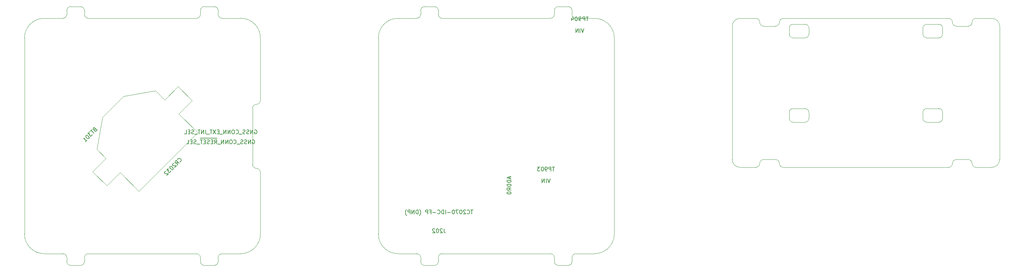
<source format=gbr>
%TF.GenerationSoftware,KiCad,Pcbnew,7.0.2*%
%TF.CreationDate,2023-05-26T09:26:57+02:00*%
%TF.ProjectId,kleinvoet,6b6c6569-6e76-46f6-9574-2e6b69636164,C*%
%TF.SameCoordinates,Original*%
%TF.FileFunction,AssemblyDrawing,Bot*%
%FSLAX46Y46*%
G04 Gerber Fmt 4.6, Leading zero omitted, Abs format (unit mm)*
G04 Created by KiCad (PCBNEW 7.0.2) date 2023-05-26 09:26:57*
%MOMM*%
%LPD*%
G01*
G04 APERTURE LIST*
%ADD10C,0.150000*%
%ADD11C,0.100000*%
%TA.AperFunction,Profile*%
%ADD12C,0.050000*%
%TD*%
G04 APERTURE END LIST*
D10*
%TO.C,TP904*%
X166295237Y-34612619D02*
X165961904Y-35612619D01*
X165961904Y-35612619D02*
X165628571Y-34612619D01*
X165295237Y-35612619D02*
X165295237Y-34612619D01*
X164819047Y-35612619D02*
X164819047Y-34612619D01*
X164819047Y-34612619D02*
X164247619Y-35612619D01*
X164247619Y-35612619D02*
X164247619Y-34612619D01*
X167414285Y-31612619D02*
X166842857Y-31612619D01*
X167128571Y-32612619D02*
X167128571Y-31612619D01*
X166509523Y-32612619D02*
X166509523Y-31612619D01*
X166509523Y-31612619D02*
X166128571Y-31612619D01*
X166128571Y-31612619D02*
X166033333Y-31660238D01*
X166033333Y-31660238D02*
X165985714Y-31707857D01*
X165985714Y-31707857D02*
X165938095Y-31803095D01*
X165938095Y-31803095D02*
X165938095Y-31945952D01*
X165938095Y-31945952D02*
X165985714Y-32041190D01*
X165985714Y-32041190D02*
X166033333Y-32088809D01*
X166033333Y-32088809D02*
X166128571Y-32136428D01*
X166128571Y-32136428D02*
X166509523Y-32136428D01*
X165461904Y-32612619D02*
X165271428Y-32612619D01*
X165271428Y-32612619D02*
X165176190Y-32565000D01*
X165176190Y-32565000D02*
X165128571Y-32517380D01*
X165128571Y-32517380D02*
X165033333Y-32374523D01*
X165033333Y-32374523D02*
X164985714Y-32184047D01*
X164985714Y-32184047D02*
X164985714Y-31803095D01*
X164985714Y-31803095D02*
X165033333Y-31707857D01*
X165033333Y-31707857D02*
X165080952Y-31660238D01*
X165080952Y-31660238D02*
X165176190Y-31612619D01*
X165176190Y-31612619D02*
X165366666Y-31612619D01*
X165366666Y-31612619D02*
X165461904Y-31660238D01*
X165461904Y-31660238D02*
X165509523Y-31707857D01*
X165509523Y-31707857D02*
X165557142Y-31803095D01*
X165557142Y-31803095D02*
X165557142Y-32041190D01*
X165557142Y-32041190D02*
X165509523Y-32136428D01*
X165509523Y-32136428D02*
X165461904Y-32184047D01*
X165461904Y-32184047D02*
X165366666Y-32231666D01*
X165366666Y-32231666D02*
X165176190Y-32231666D01*
X165176190Y-32231666D02*
X165080952Y-32184047D01*
X165080952Y-32184047D02*
X165033333Y-32136428D01*
X165033333Y-32136428D02*
X164985714Y-32041190D01*
X164366666Y-31612619D02*
X164271428Y-31612619D01*
X164271428Y-31612619D02*
X164176190Y-31660238D01*
X164176190Y-31660238D02*
X164128571Y-31707857D01*
X164128571Y-31707857D02*
X164080952Y-31803095D01*
X164080952Y-31803095D02*
X164033333Y-31993571D01*
X164033333Y-31993571D02*
X164033333Y-32231666D01*
X164033333Y-32231666D02*
X164080952Y-32422142D01*
X164080952Y-32422142D02*
X164128571Y-32517380D01*
X164128571Y-32517380D02*
X164176190Y-32565000D01*
X164176190Y-32565000D02*
X164271428Y-32612619D01*
X164271428Y-32612619D02*
X164366666Y-32612619D01*
X164366666Y-32612619D02*
X164461904Y-32565000D01*
X164461904Y-32565000D02*
X164509523Y-32517380D01*
X164509523Y-32517380D02*
X164557142Y-32422142D01*
X164557142Y-32422142D02*
X164604761Y-32231666D01*
X164604761Y-32231666D02*
X164604761Y-31993571D01*
X164604761Y-31993571D02*
X164557142Y-31803095D01*
X164557142Y-31803095D02*
X164509523Y-31707857D01*
X164509523Y-31707857D02*
X164461904Y-31660238D01*
X164461904Y-31660238D02*
X164366666Y-31612619D01*
X163176190Y-31945952D02*
X163176190Y-32612619D01*
X163414285Y-31565000D02*
X163652380Y-32279285D01*
X163652380Y-32279285D02*
X163033333Y-32279285D01*
%TO.C,J202*%
X138066666Y-80862619D02*
X137495238Y-80862619D01*
X137780952Y-81862619D02*
X137780952Y-80862619D01*
X136590476Y-81767380D02*
X136638095Y-81815000D01*
X136638095Y-81815000D02*
X136780952Y-81862619D01*
X136780952Y-81862619D02*
X136876190Y-81862619D01*
X136876190Y-81862619D02*
X137019047Y-81815000D01*
X137019047Y-81815000D02*
X137114285Y-81719761D01*
X137114285Y-81719761D02*
X137161904Y-81624523D01*
X137161904Y-81624523D02*
X137209523Y-81434047D01*
X137209523Y-81434047D02*
X137209523Y-81291190D01*
X137209523Y-81291190D02*
X137161904Y-81100714D01*
X137161904Y-81100714D02*
X137114285Y-81005476D01*
X137114285Y-81005476D02*
X137019047Y-80910238D01*
X137019047Y-80910238D02*
X136876190Y-80862619D01*
X136876190Y-80862619D02*
X136780952Y-80862619D01*
X136780952Y-80862619D02*
X136638095Y-80910238D01*
X136638095Y-80910238D02*
X136590476Y-80957857D01*
X136209523Y-80957857D02*
X136161904Y-80910238D01*
X136161904Y-80910238D02*
X136066666Y-80862619D01*
X136066666Y-80862619D02*
X135828571Y-80862619D01*
X135828571Y-80862619D02*
X135733333Y-80910238D01*
X135733333Y-80910238D02*
X135685714Y-80957857D01*
X135685714Y-80957857D02*
X135638095Y-81053095D01*
X135638095Y-81053095D02*
X135638095Y-81148333D01*
X135638095Y-81148333D02*
X135685714Y-81291190D01*
X135685714Y-81291190D02*
X136257142Y-81862619D01*
X136257142Y-81862619D02*
X135638095Y-81862619D01*
X135019047Y-80862619D02*
X134923809Y-80862619D01*
X134923809Y-80862619D02*
X134828571Y-80910238D01*
X134828571Y-80910238D02*
X134780952Y-80957857D01*
X134780952Y-80957857D02*
X134733333Y-81053095D01*
X134733333Y-81053095D02*
X134685714Y-81243571D01*
X134685714Y-81243571D02*
X134685714Y-81481666D01*
X134685714Y-81481666D02*
X134733333Y-81672142D01*
X134733333Y-81672142D02*
X134780952Y-81767380D01*
X134780952Y-81767380D02*
X134828571Y-81815000D01*
X134828571Y-81815000D02*
X134923809Y-81862619D01*
X134923809Y-81862619D02*
X135019047Y-81862619D01*
X135019047Y-81862619D02*
X135114285Y-81815000D01*
X135114285Y-81815000D02*
X135161904Y-81767380D01*
X135161904Y-81767380D02*
X135209523Y-81672142D01*
X135209523Y-81672142D02*
X135257142Y-81481666D01*
X135257142Y-81481666D02*
X135257142Y-81243571D01*
X135257142Y-81243571D02*
X135209523Y-81053095D01*
X135209523Y-81053095D02*
X135161904Y-80957857D01*
X135161904Y-80957857D02*
X135114285Y-80910238D01*
X135114285Y-80910238D02*
X135019047Y-80862619D01*
X134352380Y-80862619D02*
X133685714Y-80862619D01*
X133685714Y-80862619D02*
X134114285Y-81862619D01*
X133114285Y-80862619D02*
X133019047Y-80862619D01*
X133019047Y-80862619D02*
X132923809Y-80910238D01*
X132923809Y-80910238D02*
X132876190Y-80957857D01*
X132876190Y-80957857D02*
X132828571Y-81053095D01*
X132828571Y-81053095D02*
X132780952Y-81243571D01*
X132780952Y-81243571D02*
X132780952Y-81481666D01*
X132780952Y-81481666D02*
X132828571Y-81672142D01*
X132828571Y-81672142D02*
X132876190Y-81767380D01*
X132876190Y-81767380D02*
X132923809Y-81815000D01*
X132923809Y-81815000D02*
X133019047Y-81862619D01*
X133019047Y-81862619D02*
X133114285Y-81862619D01*
X133114285Y-81862619D02*
X133209523Y-81815000D01*
X133209523Y-81815000D02*
X133257142Y-81767380D01*
X133257142Y-81767380D02*
X133304761Y-81672142D01*
X133304761Y-81672142D02*
X133352380Y-81481666D01*
X133352380Y-81481666D02*
X133352380Y-81243571D01*
X133352380Y-81243571D02*
X133304761Y-81053095D01*
X133304761Y-81053095D02*
X133257142Y-80957857D01*
X133257142Y-80957857D02*
X133209523Y-80910238D01*
X133209523Y-80910238D02*
X133114285Y-80862619D01*
X132352380Y-81481666D02*
X131590476Y-81481666D01*
X131114285Y-81862619D02*
X131114285Y-80862619D01*
X130638095Y-81862619D02*
X130638095Y-80862619D01*
X130638095Y-80862619D02*
X130400000Y-80862619D01*
X130400000Y-80862619D02*
X130257143Y-80910238D01*
X130257143Y-80910238D02*
X130161905Y-81005476D01*
X130161905Y-81005476D02*
X130114286Y-81100714D01*
X130114286Y-81100714D02*
X130066667Y-81291190D01*
X130066667Y-81291190D02*
X130066667Y-81434047D01*
X130066667Y-81434047D02*
X130114286Y-81624523D01*
X130114286Y-81624523D02*
X130161905Y-81719761D01*
X130161905Y-81719761D02*
X130257143Y-81815000D01*
X130257143Y-81815000D02*
X130400000Y-81862619D01*
X130400000Y-81862619D02*
X130638095Y-81862619D01*
X129066667Y-81767380D02*
X129114286Y-81815000D01*
X129114286Y-81815000D02*
X129257143Y-81862619D01*
X129257143Y-81862619D02*
X129352381Y-81862619D01*
X129352381Y-81862619D02*
X129495238Y-81815000D01*
X129495238Y-81815000D02*
X129590476Y-81719761D01*
X129590476Y-81719761D02*
X129638095Y-81624523D01*
X129638095Y-81624523D02*
X129685714Y-81434047D01*
X129685714Y-81434047D02*
X129685714Y-81291190D01*
X129685714Y-81291190D02*
X129638095Y-81100714D01*
X129638095Y-81100714D02*
X129590476Y-81005476D01*
X129590476Y-81005476D02*
X129495238Y-80910238D01*
X129495238Y-80910238D02*
X129352381Y-80862619D01*
X129352381Y-80862619D02*
X129257143Y-80862619D01*
X129257143Y-80862619D02*
X129114286Y-80910238D01*
X129114286Y-80910238D02*
X129066667Y-80957857D01*
X128638095Y-81481666D02*
X127876191Y-81481666D01*
X127066667Y-81338809D02*
X127400000Y-81338809D01*
X127400000Y-81862619D02*
X127400000Y-80862619D01*
X127400000Y-80862619D02*
X126923810Y-80862619D01*
X126542857Y-81862619D02*
X126542857Y-80862619D01*
X126542857Y-80862619D02*
X126161905Y-80862619D01*
X126161905Y-80862619D02*
X126066667Y-80910238D01*
X126066667Y-80910238D02*
X126019048Y-80957857D01*
X126019048Y-80957857D02*
X125971429Y-81053095D01*
X125971429Y-81053095D02*
X125971429Y-81195952D01*
X125971429Y-81195952D02*
X126019048Y-81291190D01*
X126019048Y-81291190D02*
X126066667Y-81338809D01*
X126066667Y-81338809D02*
X126161905Y-81386428D01*
X126161905Y-81386428D02*
X126542857Y-81386428D01*
X124495238Y-82243571D02*
X124542857Y-82195952D01*
X124542857Y-82195952D02*
X124638095Y-82053095D01*
X124638095Y-82053095D02*
X124685714Y-81957857D01*
X124685714Y-81957857D02*
X124733333Y-81815000D01*
X124733333Y-81815000D02*
X124780952Y-81576904D01*
X124780952Y-81576904D02*
X124780952Y-81386428D01*
X124780952Y-81386428D02*
X124733333Y-81148333D01*
X124733333Y-81148333D02*
X124685714Y-81005476D01*
X124685714Y-81005476D02*
X124638095Y-80910238D01*
X124638095Y-80910238D02*
X124542857Y-80767380D01*
X124542857Y-80767380D02*
X124495238Y-80719761D01*
X124114285Y-81862619D02*
X124114285Y-80862619D01*
X124114285Y-80862619D02*
X123876190Y-80862619D01*
X123876190Y-80862619D02*
X123733333Y-80910238D01*
X123733333Y-80910238D02*
X123638095Y-81005476D01*
X123638095Y-81005476D02*
X123590476Y-81100714D01*
X123590476Y-81100714D02*
X123542857Y-81291190D01*
X123542857Y-81291190D02*
X123542857Y-81434047D01*
X123542857Y-81434047D02*
X123590476Y-81624523D01*
X123590476Y-81624523D02*
X123638095Y-81719761D01*
X123638095Y-81719761D02*
X123733333Y-81815000D01*
X123733333Y-81815000D02*
X123876190Y-81862619D01*
X123876190Y-81862619D02*
X124114285Y-81862619D01*
X123114285Y-81862619D02*
X123114285Y-80862619D01*
X123114285Y-80862619D02*
X122542857Y-81862619D01*
X122542857Y-81862619D02*
X122542857Y-80862619D01*
X122066666Y-81862619D02*
X122066666Y-80862619D01*
X122066666Y-80862619D02*
X121685714Y-80862619D01*
X121685714Y-80862619D02*
X121590476Y-80910238D01*
X121590476Y-80910238D02*
X121542857Y-80957857D01*
X121542857Y-80957857D02*
X121495238Y-81053095D01*
X121495238Y-81053095D02*
X121495238Y-81195952D01*
X121495238Y-81195952D02*
X121542857Y-81291190D01*
X121542857Y-81291190D02*
X121590476Y-81338809D01*
X121590476Y-81338809D02*
X121685714Y-81386428D01*
X121685714Y-81386428D02*
X122066666Y-81386428D01*
X121161904Y-82243571D02*
X121114285Y-82195952D01*
X121114285Y-82195952D02*
X121019047Y-82053095D01*
X121019047Y-82053095D02*
X120971428Y-81957857D01*
X120971428Y-81957857D02*
X120923809Y-81815000D01*
X120923809Y-81815000D02*
X120876190Y-81576904D01*
X120876190Y-81576904D02*
X120876190Y-81386428D01*
X120876190Y-81386428D02*
X120923809Y-81148333D01*
X120923809Y-81148333D02*
X120971428Y-81005476D01*
X120971428Y-81005476D02*
X121019047Y-80910238D01*
X121019047Y-80910238D02*
X121114285Y-80767380D01*
X121114285Y-80767380D02*
X121161904Y-80719761D01*
X130685714Y-85662619D02*
X130685714Y-86376904D01*
X130685714Y-86376904D02*
X130733333Y-86519761D01*
X130733333Y-86519761D02*
X130828571Y-86615000D01*
X130828571Y-86615000D02*
X130971428Y-86662619D01*
X130971428Y-86662619D02*
X131066666Y-86662619D01*
X130257142Y-85757857D02*
X130209523Y-85710238D01*
X130209523Y-85710238D02*
X130114285Y-85662619D01*
X130114285Y-85662619D02*
X129876190Y-85662619D01*
X129876190Y-85662619D02*
X129780952Y-85710238D01*
X129780952Y-85710238D02*
X129733333Y-85757857D01*
X129733333Y-85757857D02*
X129685714Y-85853095D01*
X129685714Y-85853095D02*
X129685714Y-85948333D01*
X129685714Y-85948333D02*
X129733333Y-86091190D01*
X129733333Y-86091190D02*
X130304761Y-86662619D01*
X130304761Y-86662619D02*
X129685714Y-86662619D01*
X129066666Y-85662619D02*
X128971428Y-85662619D01*
X128971428Y-85662619D02*
X128876190Y-85710238D01*
X128876190Y-85710238D02*
X128828571Y-85757857D01*
X128828571Y-85757857D02*
X128780952Y-85853095D01*
X128780952Y-85853095D02*
X128733333Y-86043571D01*
X128733333Y-86043571D02*
X128733333Y-86281666D01*
X128733333Y-86281666D02*
X128780952Y-86472142D01*
X128780952Y-86472142D02*
X128828571Y-86567380D01*
X128828571Y-86567380D02*
X128876190Y-86615000D01*
X128876190Y-86615000D02*
X128971428Y-86662619D01*
X128971428Y-86662619D02*
X129066666Y-86662619D01*
X129066666Y-86662619D02*
X129161904Y-86615000D01*
X129161904Y-86615000D02*
X129209523Y-86567380D01*
X129209523Y-86567380D02*
X129257142Y-86472142D01*
X129257142Y-86472142D02*
X129304761Y-86281666D01*
X129304761Y-86281666D02*
X129304761Y-86043571D01*
X129304761Y-86043571D02*
X129257142Y-85853095D01*
X129257142Y-85853095D02*
X129209523Y-85757857D01*
X129209523Y-85757857D02*
X129161904Y-85710238D01*
X129161904Y-85710238D02*
X129066666Y-85662619D01*
X128352380Y-85757857D02*
X128304761Y-85710238D01*
X128304761Y-85710238D02*
X128209523Y-85662619D01*
X128209523Y-85662619D02*
X127971428Y-85662619D01*
X127971428Y-85662619D02*
X127876190Y-85710238D01*
X127876190Y-85710238D02*
X127828571Y-85757857D01*
X127828571Y-85757857D02*
X127780952Y-85853095D01*
X127780952Y-85853095D02*
X127780952Y-85948333D01*
X127780952Y-85948333D02*
X127828571Y-86091190D01*
X127828571Y-86091190D02*
X128399999Y-86662619D01*
X128399999Y-86662619D02*
X127780952Y-86662619D01*
%TO.C,JP1401*%
X147476904Y-72385714D02*
X147476904Y-72861904D01*
X147762619Y-72290476D02*
X146762619Y-72623809D01*
X146762619Y-72623809D02*
X147762619Y-72957142D01*
X147762619Y-73290476D02*
X146762619Y-73290476D01*
X146762619Y-73290476D02*
X146762619Y-73528571D01*
X146762619Y-73528571D02*
X146810238Y-73671428D01*
X146810238Y-73671428D02*
X146905476Y-73766666D01*
X146905476Y-73766666D02*
X147000714Y-73814285D01*
X147000714Y-73814285D02*
X147191190Y-73861904D01*
X147191190Y-73861904D02*
X147334047Y-73861904D01*
X147334047Y-73861904D02*
X147524523Y-73814285D01*
X147524523Y-73814285D02*
X147619761Y-73766666D01*
X147619761Y-73766666D02*
X147715000Y-73671428D01*
X147715000Y-73671428D02*
X147762619Y-73528571D01*
X147762619Y-73528571D02*
X147762619Y-73290476D01*
X147762619Y-74290476D02*
X146762619Y-74290476D01*
X146762619Y-74290476D02*
X146762619Y-74528571D01*
X146762619Y-74528571D02*
X146810238Y-74671428D01*
X146810238Y-74671428D02*
X146905476Y-74766666D01*
X146905476Y-74766666D02*
X147000714Y-74814285D01*
X147000714Y-74814285D02*
X147191190Y-74861904D01*
X147191190Y-74861904D02*
X147334047Y-74861904D01*
X147334047Y-74861904D02*
X147524523Y-74814285D01*
X147524523Y-74814285D02*
X147619761Y-74766666D01*
X147619761Y-74766666D02*
X147715000Y-74671428D01*
X147715000Y-74671428D02*
X147762619Y-74528571D01*
X147762619Y-74528571D02*
X147762619Y-74290476D01*
X147762619Y-75861904D02*
X147286428Y-75528571D01*
X147762619Y-75290476D02*
X146762619Y-75290476D01*
X146762619Y-75290476D02*
X146762619Y-75671428D01*
X146762619Y-75671428D02*
X146810238Y-75766666D01*
X146810238Y-75766666D02*
X146857857Y-75814285D01*
X146857857Y-75814285D02*
X146953095Y-75861904D01*
X146953095Y-75861904D02*
X147095952Y-75861904D01*
X147095952Y-75861904D02*
X147191190Y-75814285D01*
X147191190Y-75814285D02*
X147238809Y-75766666D01*
X147238809Y-75766666D02*
X147286428Y-75671428D01*
X147286428Y-75671428D02*
X147286428Y-75290476D01*
X146762619Y-76480952D02*
X146762619Y-76576190D01*
X146762619Y-76576190D02*
X146810238Y-76671428D01*
X146810238Y-76671428D02*
X146857857Y-76719047D01*
X146857857Y-76719047D02*
X146953095Y-76766666D01*
X146953095Y-76766666D02*
X147143571Y-76814285D01*
X147143571Y-76814285D02*
X147381666Y-76814285D01*
X147381666Y-76814285D02*
X147572142Y-76766666D01*
X147572142Y-76766666D02*
X147667380Y-76719047D01*
X147667380Y-76719047D02*
X147715000Y-76671428D01*
X147715000Y-76671428D02*
X147762619Y-76576190D01*
X147762619Y-76576190D02*
X147762619Y-76480952D01*
X147762619Y-76480952D02*
X147715000Y-76385714D01*
X147715000Y-76385714D02*
X147667380Y-76338095D01*
X147667380Y-76338095D02*
X147572142Y-76290476D01*
X147572142Y-76290476D02*
X147381666Y-76242857D01*
X147381666Y-76242857D02*
X147143571Y-76242857D01*
X147143571Y-76242857D02*
X146953095Y-76290476D01*
X146953095Y-76290476D02*
X146857857Y-76338095D01*
X146857857Y-76338095D02*
X146810238Y-76385714D01*
X146810238Y-76385714D02*
X146762619Y-76480952D01*
%TO.C,JP2*%
X82545238Y-60485238D02*
X82640476Y-60437619D01*
X82640476Y-60437619D02*
X82783333Y-60437619D01*
X82783333Y-60437619D02*
X82926190Y-60485238D01*
X82926190Y-60485238D02*
X83021428Y-60580476D01*
X83021428Y-60580476D02*
X83069047Y-60675714D01*
X83069047Y-60675714D02*
X83116666Y-60866190D01*
X83116666Y-60866190D02*
X83116666Y-61009047D01*
X83116666Y-61009047D02*
X83069047Y-61199523D01*
X83069047Y-61199523D02*
X83021428Y-61294761D01*
X83021428Y-61294761D02*
X82926190Y-61390000D01*
X82926190Y-61390000D02*
X82783333Y-61437619D01*
X82783333Y-61437619D02*
X82688095Y-61437619D01*
X82688095Y-61437619D02*
X82545238Y-61390000D01*
X82545238Y-61390000D02*
X82497619Y-61342380D01*
X82497619Y-61342380D02*
X82497619Y-61009047D01*
X82497619Y-61009047D02*
X82688095Y-61009047D01*
X82069047Y-61437619D02*
X82069047Y-60437619D01*
X82069047Y-60437619D02*
X81497619Y-61437619D01*
X81497619Y-61437619D02*
X81497619Y-60437619D01*
X81069047Y-61390000D02*
X80926190Y-61437619D01*
X80926190Y-61437619D02*
X80688095Y-61437619D01*
X80688095Y-61437619D02*
X80592857Y-61390000D01*
X80592857Y-61390000D02*
X80545238Y-61342380D01*
X80545238Y-61342380D02*
X80497619Y-61247142D01*
X80497619Y-61247142D02*
X80497619Y-61151904D01*
X80497619Y-61151904D02*
X80545238Y-61056666D01*
X80545238Y-61056666D02*
X80592857Y-61009047D01*
X80592857Y-61009047D02*
X80688095Y-60961428D01*
X80688095Y-60961428D02*
X80878571Y-60913809D01*
X80878571Y-60913809D02*
X80973809Y-60866190D01*
X80973809Y-60866190D02*
X81021428Y-60818571D01*
X81021428Y-60818571D02*
X81069047Y-60723333D01*
X81069047Y-60723333D02*
X81069047Y-60628095D01*
X81069047Y-60628095D02*
X81021428Y-60532857D01*
X81021428Y-60532857D02*
X80973809Y-60485238D01*
X80973809Y-60485238D02*
X80878571Y-60437619D01*
X80878571Y-60437619D02*
X80640476Y-60437619D01*
X80640476Y-60437619D02*
X80497619Y-60485238D01*
X80116666Y-61390000D02*
X79973809Y-61437619D01*
X79973809Y-61437619D02*
X79735714Y-61437619D01*
X79735714Y-61437619D02*
X79640476Y-61390000D01*
X79640476Y-61390000D02*
X79592857Y-61342380D01*
X79592857Y-61342380D02*
X79545238Y-61247142D01*
X79545238Y-61247142D02*
X79545238Y-61151904D01*
X79545238Y-61151904D02*
X79592857Y-61056666D01*
X79592857Y-61056666D02*
X79640476Y-61009047D01*
X79640476Y-61009047D02*
X79735714Y-60961428D01*
X79735714Y-60961428D02*
X79926190Y-60913809D01*
X79926190Y-60913809D02*
X80021428Y-60866190D01*
X80021428Y-60866190D02*
X80069047Y-60818571D01*
X80069047Y-60818571D02*
X80116666Y-60723333D01*
X80116666Y-60723333D02*
X80116666Y-60628095D01*
X80116666Y-60628095D02*
X80069047Y-60532857D01*
X80069047Y-60532857D02*
X80021428Y-60485238D01*
X80021428Y-60485238D02*
X79926190Y-60437619D01*
X79926190Y-60437619D02*
X79688095Y-60437619D01*
X79688095Y-60437619D02*
X79545238Y-60485238D01*
X79354762Y-61532857D02*
X78592857Y-61532857D01*
X77783333Y-61342380D02*
X77830952Y-61390000D01*
X77830952Y-61390000D02*
X77973809Y-61437619D01*
X77973809Y-61437619D02*
X78069047Y-61437619D01*
X78069047Y-61437619D02*
X78211904Y-61390000D01*
X78211904Y-61390000D02*
X78307142Y-61294761D01*
X78307142Y-61294761D02*
X78354761Y-61199523D01*
X78354761Y-61199523D02*
X78402380Y-61009047D01*
X78402380Y-61009047D02*
X78402380Y-60866190D01*
X78402380Y-60866190D02*
X78354761Y-60675714D01*
X78354761Y-60675714D02*
X78307142Y-60580476D01*
X78307142Y-60580476D02*
X78211904Y-60485238D01*
X78211904Y-60485238D02*
X78069047Y-60437619D01*
X78069047Y-60437619D02*
X77973809Y-60437619D01*
X77973809Y-60437619D02*
X77830952Y-60485238D01*
X77830952Y-60485238D02*
X77783333Y-60532857D01*
X77164285Y-60437619D02*
X76973809Y-60437619D01*
X76973809Y-60437619D02*
X76878571Y-60485238D01*
X76878571Y-60485238D02*
X76783333Y-60580476D01*
X76783333Y-60580476D02*
X76735714Y-60770952D01*
X76735714Y-60770952D02*
X76735714Y-61104285D01*
X76735714Y-61104285D02*
X76783333Y-61294761D01*
X76783333Y-61294761D02*
X76878571Y-61390000D01*
X76878571Y-61390000D02*
X76973809Y-61437619D01*
X76973809Y-61437619D02*
X77164285Y-61437619D01*
X77164285Y-61437619D02*
X77259523Y-61390000D01*
X77259523Y-61390000D02*
X77354761Y-61294761D01*
X77354761Y-61294761D02*
X77402380Y-61104285D01*
X77402380Y-61104285D02*
X77402380Y-60770952D01*
X77402380Y-60770952D02*
X77354761Y-60580476D01*
X77354761Y-60580476D02*
X77259523Y-60485238D01*
X77259523Y-60485238D02*
X77164285Y-60437619D01*
X76307142Y-61437619D02*
X76307142Y-60437619D01*
X76307142Y-60437619D02*
X75735714Y-61437619D01*
X75735714Y-61437619D02*
X75735714Y-60437619D01*
X75259523Y-61437619D02*
X75259523Y-60437619D01*
X75259523Y-60437619D02*
X74688095Y-61437619D01*
X74688095Y-61437619D02*
X74688095Y-60437619D01*
X74450000Y-61532857D02*
X73688095Y-61532857D01*
X73449999Y-60913809D02*
X73116666Y-60913809D01*
X72973809Y-61437619D02*
X73449999Y-61437619D01*
X73449999Y-61437619D02*
X73449999Y-60437619D01*
X73449999Y-60437619D02*
X72973809Y-60437619D01*
X72640475Y-60437619D02*
X71973809Y-61437619D01*
X71973809Y-60437619D02*
X72640475Y-61437619D01*
X71735713Y-60437619D02*
X71164285Y-60437619D01*
X71449999Y-61437619D02*
X71449999Y-60437619D01*
X71069047Y-61532857D02*
X70307142Y-61532857D01*
X70069046Y-61437619D02*
X70069046Y-60437619D01*
X69592856Y-61437619D02*
X69592856Y-60437619D01*
X69592856Y-60437619D02*
X69021428Y-61437619D01*
X69021428Y-61437619D02*
X69021428Y-60437619D01*
X68688094Y-60437619D02*
X68116666Y-60437619D01*
X68402380Y-61437619D02*
X68402380Y-60437619D01*
X68021428Y-61532857D02*
X67259523Y-61532857D01*
X67069046Y-61390000D02*
X66926189Y-61437619D01*
X66926189Y-61437619D02*
X66688094Y-61437619D01*
X66688094Y-61437619D02*
X66592856Y-61390000D01*
X66592856Y-61390000D02*
X66545237Y-61342380D01*
X66545237Y-61342380D02*
X66497618Y-61247142D01*
X66497618Y-61247142D02*
X66497618Y-61151904D01*
X66497618Y-61151904D02*
X66545237Y-61056666D01*
X66545237Y-61056666D02*
X66592856Y-61009047D01*
X66592856Y-61009047D02*
X66688094Y-60961428D01*
X66688094Y-60961428D02*
X66878570Y-60913809D01*
X66878570Y-60913809D02*
X66973808Y-60866190D01*
X66973808Y-60866190D02*
X67021427Y-60818571D01*
X67021427Y-60818571D02*
X67069046Y-60723333D01*
X67069046Y-60723333D02*
X67069046Y-60628095D01*
X67069046Y-60628095D02*
X67021427Y-60532857D01*
X67021427Y-60532857D02*
X66973808Y-60485238D01*
X66973808Y-60485238D02*
X66878570Y-60437619D01*
X66878570Y-60437619D02*
X66640475Y-60437619D01*
X66640475Y-60437619D02*
X66497618Y-60485238D01*
X66069046Y-60913809D02*
X65735713Y-60913809D01*
X65592856Y-61437619D02*
X66069046Y-61437619D01*
X66069046Y-61437619D02*
X66069046Y-60437619D01*
X66069046Y-60437619D02*
X65592856Y-60437619D01*
X64688094Y-61437619D02*
X65164284Y-61437619D01*
X65164284Y-61437619D02*
X65164284Y-60437619D01*
%TO.C,TP903*%
X157695237Y-72912619D02*
X157361904Y-73912619D01*
X157361904Y-73912619D02*
X157028571Y-72912619D01*
X156695237Y-73912619D02*
X156695237Y-72912619D01*
X156219047Y-73912619D02*
X156219047Y-72912619D01*
X156219047Y-72912619D02*
X155647619Y-73912619D01*
X155647619Y-73912619D02*
X155647619Y-72912619D01*
X158814285Y-69912619D02*
X158242857Y-69912619D01*
X158528571Y-70912619D02*
X158528571Y-69912619D01*
X157909523Y-70912619D02*
X157909523Y-69912619D01*
X157909523Y-69912619D02*
X157528571Y-69912619D01*
X157528571Y-69912619D02*
X157433333Y-69960238D01*
X157433333Y-69960238D02*
X157385714Y-70007857D01*
X157385714Y-70007857D02*
X157338095Y-70103095D01*
X157338095Y-70103095D02*
X157338095Y-70245952D01*
X157338095Y-70245952D02*
X157385714Y-70341190D01*
X157385714Y-70341190D02*
X157433333Y-70388809D01*
X157433333Y-70388809D02*
X157528571Y-70436428D01*
X157528571Y-70436428D02*
X157909523Y-70436428D01*
X156861904Y-70912619D02*
X156671428Y-70912619D01*
X156671428Y-70912619D02*
X156576190Y-70865000D01*
X156576190Y-70865000D02*
X156528571Y-70817380D01*
X156528571Y-70817380D02*
X156433333Y-70674523D01*
X156433333Y-70674523D02*
X156385714Y-70484047D01*
X156385714Y-70484047D02*
X156385714Y-70103095D01*
X156385714Y-70103095D02*
X156433333Y-70007857D01*
X156433333Y-70007857D02*
X156480952Y-69960238D01*
X156480952Y-69960238D02*
X156576190Y-69912619D01*
X156576190Y-69912619D02*
X156766666Y-69912619D01*
X156766666Y-69912619D02*
X156861904Y-69960238D01*
X156861904Y-69960238D02*
X156909523Y-70007857D01*
X156909523Y-70007857D02*
X156957142Y-70103095D01*
X156957142Y-70103095D02*
X156957142Y-70341190D01*
X156957142Y-70341190D02*
X156909523Y-70436428D01*
X156909523Y-70436428D02*
X156861904Y-70484047D01*
X156861904Y-70484047D02*
X156766666Y-70531666D01*
X156766666Y-70531666D02*
X156576190Y-70531666D01*
X156576190Y-70531666D02*
X156480952Y-70484047D01*
X156480952Y-70484047D02*
X156433333Y-70436428D01*
X156433333Y-70436428D02*
X156385714Y-70341190D01*
X155766666Y-69912619D02*
X155671428Y-69912619D01*
X155671428Y-69912619D02*
X155576190Y-69960238D01*
X155576190Y-69960238D02*
X155528571Y-70007857D01*
X155528571Y-70007857D02*
X155480952Y-70103095D01*
X155480952Y-70103095D02*
X155433333Y-70293571D01*
X155433333Y-70293571D02*
X155433333Y-70531666D01*
X155433333Y-70531666D02*
X155480952Y-70722142D01*
X155480952Y-70722142D02*
X155528571Y-70817380D01*
X155528571Y-70817380D02*
X155576190Y-70865000D01*
X155576190Y-70865000D02*
X155671428Y-70912619D01*
X155671428Y-70912619D02*
X155766666Y-70912619D01*
X155766666Y-70912619D02*
X155861904Y-70865000D01*
X155861904Y-70865000D02*
X155909523Y-70817380D01*
X155909523Y-70817380D02*
X155957142Y-70722142D01*
X155957142Y-70722142D02*
X156004761Y-70531666D01*
X156004761Y-70531666D02*
X156004761Y-70293571D01*
X156004761Y-70293571D02*
X155957142Y-70103095D01*
X155957142Y-70103095D02*
X155909523Y-70007857D01*
X155909523Y-70007857D02*
X155861904Y-69960238D01*
X155861904Y-69960238D02*
X155766666Y-69912619D01*
X155099999Y-69912619D02*
X154480952Y-69912619D01*
X154480952Y-69912619D02*
X154814285Y-70293571D01*
X154814285Y-70293571D02*
X154671428Y-70293571D01*
X154671428Y-70293571D02*
X154576190Y-70341190D01*
X154576190Y-70341190D02*
X154528571Y-70388809D01*
X154528571Y-70388809D02*
X154480952Y-70484047D01*
X154480952Y-70484047D02*
X154480952Y-70722142D01*
X154480952Y-70722142D02*
X154528571Y-70817380D01*
X154528571Y-70817380D02*
X154576190Y-70865000D01*
X154576190Y-70865000D02*
X154671428Y-70912619D01*
X154671428Y-70912619D02*
X154957142Y-70912619D01*
X154957142Y-70912619D02*
X155052380Y-70865000D01*
X155052380Y-70865000D02*
X155099999Y-70817380D01*
%TO.C,BT301*%
X63519509Y-68597639D02*
X63586853Y-68597639D01*
X63586853Y-68597639D02*
X63721540Y-68530295D01*
X63721540Y-68530295D02*
X63788883Y-68462952D01*
X63788883Y-68462952D02*
X63856227Y-68328265D01*
X63856227Y-68328265D02*
X63856227Y-68193578D01*
X63856227Y-68193578D02*
X63822555Y-68092563D01*
X63822555Y-68092563D02*
X63721540Y-67924204D01*
X63721540Y-67924204D02*
X63620524Y-67823189D01*
X63620524Y-67823189D02*
X63452166Y-67722173D01*
X63452166Y-67722173D02*
X63351150Y-67688502D01*
X63351150Y-67688502D02*
X63216463Y-67688502D01*
X63216463Y-67688502D02*
X63081776Y-67755845D01*
X63081776Y-67755845D02*
X63014433Y-67823189D01*
X63014433Y-67823189D02*
X62947089Y-67957876D01*
X62947089Y-67957876D02*
X62947089Y-68025219D01*
X62879746Y-69372089D02*
X62778731Y-68799669D01*
X63283807Y-68968028D02*
X62576700Y-68260921D01*
X62576700Y-68260921D02*
X62307326Y-68530295D01*
X62307326Y-68530295D02*
X62273654Y-68631311D01*
X62273654Y-68631311D02*
X62273654Y-68698654D01*
X62273654Y-68698654D02*
X62307326Y-68799669D01*
X62307326Y-68799669D02*
X62408341Y-68900685D01*
X62408341Y-68900685D02*
X62509357Y-68934356D01*
X62509357Y-68934356D02*
X62576700Y-68934356D01*
X62576700Y-68934356D02*
X62677715Y-68900685D01*
X62677715Y-68900685D02*
X62947089Y-68631311D01*
X61970609Y-69001700D02*
X61903265Y-69001700D01*
X61903265Y-69001700D02*
X61802250Y-69035372D01*
X61802250Y-69035372D02*
X61633891Y-69203730D01*
X61633891Y-69203730D02*
X61600219Y-69304746D01*
X61600219Y-69304746D02*
X61600219Y-69372089D01*
X61600219Y-69372089D02*
X61633891Y-69473104D01*
X61633891Y-69473104D02*
X61701235Y-69540448D01*
X61701235Y-69540448D02*
X61835922Y-69607791D01*
X61835922Y-69607791D02*
X62644044Y-69607791D01*
X62644044Y-69607791D02*
X62206311Y-70045524D01*
X61061471Y-69776150D02*
X60994128Y-69843494D01*
X60994128Y-69843494D02*
X60960456Y-69944509D01*
X60960456Y-69944509D02*
X60960456Y-70011853D01*
X60960456Y-70011853D02*
X60994128Y-70112868D01*
X60994128Y-70112868D02*
X61095143Y-70281227D01*
X61095143Y-70281227D02*
X61263502Y-70449585D01*
X61263502Y-70449585D02*
X61431861Y-70550601D01*
X61431861Y-70550601D02*
X61532876Y-70584272D01*
X61532876Y-70584272D02*
X61600219Y-70584272D01*
X61600219Y-70584272D02*
X61701235Y-70550601D01*
X61701235Y-70550601D02*
X61768578Y-70483257D01*
X61768578Y-70483257D02*
X61802250Y-70382242D01*
X61802250Y-70382242D02*
X61802250Y-70314898D01*
X61802250Y-70314898D02*
X61768578Y-70213883D01*
X61768578Y-70213883D02*
X61667563Y-70045524D01*
X61667563Y-70045524D02*
X61499204Y-69877166D01*
X61499204Y-69877166D02*
X61330845Y-69776150D01*
X61330845Y-69776150D02*
X61229830Y-69742479D01*
X61229830Y-69742479D02*
X61162487Y-69742479D01*
X61162487Y-69742479D02*
X61061471Y-69776150D01*
X60590067Y-70247555D02*
X60152334Y-70685288D01*
X60152334Y-70685288D02*
X60657410Y-70718959D01*
X60657410Y-70718959D02*
X60556395Y-70819975D01*
X60556395Y-70819975D02*
X60522723Y-70920990D01*
X60522723Y-70920990D02*
X60522723Y-70988333D01*
X60522723Y-70988333D02*
X60556395Y-71089349D01*
X60556395Y-71089349D02*
X60724754Y-71257707D01*
X60724754Y-71257707D02*
X60825769Y-71291379D01*
X60825769Y-71291379D02*
X60893113Y-71291379D01*
X60893113Y-71291379D02*
X60994128Y-71257707D01*
X60994128Y-71257707D02*
X61196158Y-71055677D01*
X61196158Y-71055677D02*
X61229830Y-70954662D01*
X61229830Y-70954662D02*
X61229830Y-70887318D01*
X59950303Y-71022005D02*
X59882960Y-71022005D01*
X59882960Y-71022005D02*
X59781945Y-71055677D01*
X59781945Y-71055677D02*
X59613586Y-71224036D01*
X59613586Y-71224036D02*
X59579914Y-71325051D01*
X59579914Y-71325051D02*
X59579914Y-71392394D01*
X59579914Y-71392394D02*
X59613586Y-71493410D01*
X59613586Y-71493410D02*
X59680929Y-71560753D01*
X59680929Y-71560753D02*
X59815616Y-71628097D01*
X59815616Y-71628097D02*
X60623738Y-71628097D01*
X60623738Y-71628097D02*
X60186006Y-72065829D01*
X41856787Y-60380047D02*
X41789444Y-60514734D01*
X41789444Y-60514734D02*
X41789444Y-60582078D01*
X41789444Y-60582078D02*
X41823116Y-60683093D01*
X41823116Y-60683093D02*
X41924131Y-60784108D01*
X41924131Y-60784108D02*
X42025146Y-60817780D01*
X42025146Y-60817780D02*
X42092490Y-60817780D01*
X42092490Y-60817780D02*
X42193505Y-60784108D01*
X42193505Y-60784108D02*
X42462879Y-60514734D01*
X42462879Y-60514734D02*
X41755772Y-59807627D01*
X41755772Y-59807627D02*
X41520070Y-60043330D01*
X41520070Y-60043330D02*
X41486398Y-60144345D01*
X41486398Y-60144345D02*
X41486398Y-60211688D01*
X41486398Y-60211688D02*
X41520070Y-60312704D01*
X41520070Y-60312704D02*
X41587413Y-60380047D01*
X41587413Y-60380047D02*
X41688429Y-60413719D01*
X41688429Y-60413719D02*
X41755772Y-60413719D01*
X41755772Y-60413719D02*
X41856787Y-60380047D01*
X41856787Y-60380047D02*
X42092490Y-60144345D01*
X41149681Y-60413719D02*
X40745620Y-60817780D01*
X41654757Y-61322856D02*
X40947650Y-60615749D01*
X40577261Y-60986139D02*
X40139528Y-61423872D01*
X40139528Y-61423872D02*
X40644604Y-61457543D01*
X40644604Y-61457543D02*
X40543589Y-61558559D01*
X40543589Y-61558559D02*
X40509917Y-61659574D01*
X40509917Y-61659574D02*
X40509917Y-61726917D01*
X40509917Y-61726917D02*
X40543589Y-61827933D01*
X40543589Y-61827933D02*
X40711948Y-61996291D01*
X40711948Y-61996291D02*
X40812963Y-62029963D01*
X40812963Y-62029963D02*
X40880306Y-62029963D01*
X40880306Y-62029963D02*
X40981322Y-61996291D01*
X40981322Y-61996291D02*
X41183352Y-61794261D01*
X41183352Y-61794261D02*
X41217024Y-61693246D01*
X41217024Y-61693246D02*
X41217024Y-61625902D01*
X39701795Y-61861605D02*
X39634452Y-61928948D01*
X39634452Y-61928948D02*
X39600780Y-62029963D01*
X39600780Y-62029963D02*
X39600780Y-62097307D01*
X39600780Y-62097307D02*
X39634452Y-62198322D01*
X39634452Y-62198322D02*
X39735467Y-62366681D01*
X39735467Y-62366681D02*
X39903826Y-62535040D01*
X39903826Y-62535040D02*
X40072184Y-62636055D01*
X40072184Y-62636055D02*
X40173200Y-62669727D01*
X40173200Y-62669727D02*
X40240543Y-62669727D01*
X40240543Y-62669727D02*
X40341558Y-62636055D01*
X40341558Y-62636055D02*
X40408902Y-62568711D01*
X40408902Y-62568711D02*
X40442574Y-62467696D01*
X40442574Y-62467696D02*
X40442574Y-62400353D01*
X40442574Y-62400353D02*
X40408902Y-62299337D01*
X40408902Y-62299337D02*
X40307887Y-62130979D01*
X40307887Y-62130979D02*
X40139528Y-61962620D01*
X40139528Y-61962620D02*
X39971169Y-61861605D01*
X39971169Y-61861605D02*
X39870154Y-61827933D01*
X39870154Y-61827933D02*
X39802810Y-61827933D01*
X39802810Y-61827933D02*
X39701795Y-61861605D01*
X39499765Y-63477849D02*
X39903826Y-63073788D01*
X39701795Y-63275818D02*
X38994688Y-62568711D01*
X38994688Y-62568711D02*
X39163047Y-62602383D01*
X39163047Y-62602383D02*
X39297734Y-62602383D01*
X39297734Y-62602383D02*
X39398749Y-62568711D01*
%TO.C,JP1*%
X81973810Y-63035238D02*
X82069048Y-62987619D01*
X82069048Y-62987619D02*
X82211905Y-62987619D01*
X82211905Y-62987619D02*
X82354762Y-63035238D01*
X82354762Y-63035238D02*
X82450000Y-63130476D01*
X82450000Y-63130476D02*
X82497619Y-63225714D01*
X82497619Y-63225714D02*
X82545238Y-63416190D01*
X82545238Y-63416190D02*
X82545238Y-63559047D01*
X82545238Y-63559047D02*
X82497619Y-63749523D01*
X82497619Y-63749523D02*
X82450000Y-63844761D01*
X82450000Y-63844761D02*
X82354762Y-63940000D01*
X82354762Y-63940000D02*
X82211905Y-63987619D01*
X82211905Y-63987619D02*
X82116667Y-63987619D01*
X82116667Y-63987619D02*
X81973810Y-63940000D01*
X81973810Y-63940000D02*
X81926191Y-63892380D01*
X81926191Y-63892380D02*
X81926191Y-63559047D01*
X81926191Y-63559047D02*
X82116667Y-63559047D01*
X81497619Y-63987619D02*
X81497619Y-62987619D01*
X81497619Y-62987619D02*
X80926191Y-63987619D01*
X80926191Y-63987619D02*
X80926191Y-62987619D01*
X80497619Y-63940000D02*
X80354762Y-63987619D01*
X80354762Y-63987619D02*
X80116667Y-63987619D01*
X80116667Y-63987619D02*
X80021429Y-63940000D01*
X80021429Y-63940000D02*
X79973810Y-63892380D01*
X79973810Y-63892380D02*
X79926191Y-63797142D01*
X79926191Y-63797142D02*
X79926191Y-63701904D01*
X79926191Y-63701904D02*
X79973810Y-63606666D01*
X79973810Y-63606666D02*
X80021429Y-63559047D01*
X80021429Y-63559047D02*
X80116667Y-63511428D01*
X80116667Y-63511428D02*
X80307143Y-63463809D01*
X80307143Y-63463809D02*
X80402381Y-63416190D01*
X80402381Y-63416190D02*
X80450000Y-63368571D01*
X80450000Y-63368571D02*
X80497619Y-63273333D01*
X80497619Y-63273333D02*
X80497619Y-63178095D01*
X80497619Y-63178095D02*
X80450000Y-63082857D01*
X80450000Y-63082857D02*
X80402381Y-63035238D01*
X80402381Y-63035238D02*
X80307143Y-62987619D01*
X80307143Y-62987619D02*
X80069048Y-62987619D01*
X80069048Y-62987619D02*
X79926191Y-63035238D01*
X79545238Y-63940000D02*
X79402381Y-63987619D01*
X79402381Y-63987619D02*
X79164286Y-63987619D01*
X79164286Y-63987619D02*
X79069048Y-63940000D01*
X79069048Y-63940000D02*
X79021429Y-63892380D01*
X79021429Y-63892380D02*
X78973810Y-63797142D01*
X78973810Y-63797142D02*
X78973810Y-63701904D01*
X78973810Y-63701904D02*
X79021429Y-63606666D01*
X79021429Y-63606666D02*
X79069048Y-63559047D01*
X79069048Y-63559047D02*
X79164286Y-63511428D01*
X79164286Y-63511428D02*
X79354762Y-63463809D01*
X79354762Y-63463809D02*
X79450000Y-63416190D01*
X79450000Y-63416190D02*
X79497619Y-63368571D01*
X79497619Y-63368571D02*
X79545238Y-63273333D01*
X79545238Y-63273333D02*
X79545238Y-63178095D01*
X79545238Y-63178095D02*
X79497619Y-63082857D01*
X79497619Y-63082857D02*
X79450000Y-63035238D01*
X79450000Y-63035238D02*
X79354762Y-62987619D01*
X79354762Y-62987619D02*
X79116667Y-62987619D01*
X79116667Y-62987619D02*
X78973810Y-63035238D01*
X78783334Y-64082857D02*
X78021429Y-64082857D01*
X77211905Y-63892380D02*
X77259524Y-63940000D01*
X77259524Y-63940000D02*
X77402381Y-63987619D01*
X77402381Y-63987619D02*
X77497619Y-63987619D01*
X77497619Y-63987619D02*
X77640476Y-63940000D01*
X77640476Y-63940000D02*
X77735714Y-63844761D01*
X77735714Y-63844761D02*
X77783333Y-63749523D01*
X77783333Y-63749523D02*
X77830952Y-63559047D01*
X77830952Y-63559047D02*
X77830952Y-63416190D01*
X77830952Y-63416190D02*
X77783333Y-63225714D01*
X77783333Y-63225714D02*
X77735714Y-63130476D01*
X77735714Y-63130476D02*
X77640476Y-63035238D01*
X77640476Y-63035238D02*
X77497619Y-62987619D01*
X77497619Y-62987619D02*
X77402381Y-62987619D01*
X77402381Y-62987619D02*
X77259524Y-63035238D01*
X77259524Y-63035238D02*
X77211905Y-63082857D01*
X76592857Y-62987619D02*
X76402381Y-62987619D01*
X76402381Y-62987619D02*
X76307143Y-63035238D01*
X76307143Y-63035238D02*
X76211905Y-63130476D01*
X76211905Y-63130476D02*
X76164286Y-63320952D01*
X76164286Y-63320952D02*
X76164286Y-63654285D01*
X76164286Y-63654285D02*
X76211905Y-63844761D01*
X76211905Y-63844761D02*
X76307143Y-63940000D01*
X76307143Y-63940000D02*
X76402381Y-63987619D01*
X76402381Y-63987619D02*
X76592857Y-63987619D01*
X76592857Y-63987619D02*
X76688095Y-63940000D01*
X76688095Y-63940000D02*
X76783333Y-63844761D01*
X76783333Y-63844761D02*
X76830952Y-63654285D01*
X76830952Y-63654285D02*
X76830952Y-63320952D01*
X76830952Y-63320952D02*
X76783333Y-63130476D01*
X76783333Y-63130476D02*
X76688095Y-63035238D01*
X76688095Y-63035238D02*
X76592857Y-62987619D01*
X75735714Y-63987619D02*
X75735714Y-62987619D01*
X75735714Y-62987619D02*
X75164286Y-63987619D01*
X75164286Y-63987619D02*
X75164286Y-62987619D01*
X74688095Y-63987619D02*
X74688095Y-62987619D01*
X74688095Y-62987619D02*
X74116667Y-63987619D01*
X74116667Y-63987619D02*
X74116667Y-62987619D01*
X73878572Y-64082857D02*
X73116667Y-64082857D01*
X72307143Y-63987619D02*
X72640476Y-63511428D01*
X72878571Y-63987619D02*
X72878571Y-62987619D01*
X72878571Y-62987619D02*
X72497619Y-62987619D01*
X72497619Y-62987619D02*
X72402381Y-63035238D01*
X72402381Y-63035238D02*
X72354762Y-63082857D01*
X72354762Y-63082857D02*
X72307143Y-63178095D01*
X72307143Y-63178095D02*
X72307143Y-63320952D01*
X72307143Y-63320952D02*
X72354762Y-63416190D01*
X72354762Y-63416190D02*
X72402381Y-63463809D01*
X72402381Y-63463809D02*
X72497619Y-63511428D01*
X72497619Y-63511428D02*
X72878571Y-63511428D01*
X71878571Y-63463809D02*
X71545238Y-63463809D01*
X71402381Y-63987619D02*
X71878571Y-63987619D01*
X71878571Y-63987619D02*
X71878571Y-62987619D01*
X71878571Y-62987619D02*
X71402381Y-62987619D01*
X71021428Y-63940000D02*
X70878571Y-63987619D01*
X70878571Y-63987619D02*
X70640476Y-63987619D01*
X70640476Y-63987619D02*
X70545238Y-63940000D01*
X70545238Y-63940000D02*
X70497619Y-63892380D01*
X70497619Y-63892380D02*
X70450000Y-63797142D01*
X70450000Y-63797142D02*
X70450000Y-63701904D01*
X70450000Y-63701904D02*
X70497619Y-63606666D01*
X70497619Y-63606666D02*
X70545238Y-63559047D01*
X70545238Y-63559047D02*
X70640476Y-63511428D01*
X70640476Y-63511428D02*
X70830952Y-63463809D01*
X70830952Y-63463809D02*
X70926190Y-63416190D01*
X70926190Y-63416190D02*
X70973809Y-63368571D01*
X70973809Y-63368571D02*
X71021428Y-63273333D01*
X71021428Y-63273333D02*
X71021428Y-63178095D01*
X71021428Y-63178095D02*
X70973809Y-63082857D01*
X70973809Y-63082857D02*
X70926190Y-63035238D01*
X70926190Y-63035238D02*
X70830952Y-62987619D01*
X70830952Y-62987619D02*
X70592857Y-62987619D01*
X70592857Y-62987619D02*
X70450000Y-63035238D01*
X70021428Y-63463809D02*
X69688095Y-63463809D01*
X69545238Y-63987619D02*
X70021428Y-63987619D01*
X70021428Y-63987619D02*
X70021428Y-62987619D01*
X70021428Y-62987619D02*
X69545238Y-62987619D01*
X69259523Y-62987619D02*
X68688095Y-62987619D01*
X68973809Y-63987619D02*
X68973809Y-62987619D01*
X73016667Y-62540000D02*
X68692857Y-62540000D01*
X68592857Y-64082857D02*
X67830952Y-64082857D01*
X67640475Y-63940000D02*
X67497618Y-63987619D01*
X67497618Y-63987619D02*
X67259523Y-63987619D01*
X67259523Y-63987619D02*
X67164285Y-63940000D01*
X67164285Y-63940000D02*
X67116666Y-63892380D01*
X67116666Y-63892380D02*
X67069047Y-63797142D01*
X67069047Y-63797142D02*
X67069047Y-63701904D01*
X67069047Y-63701904D02*
X67116666Y-63606666D01*
X67116666Y-63606666D02*
X67164285Y-63559047D01*
X67164285Y-63559047D02*
X67259523Y-63511428D01*
X67259523Y-63511428D02*
X67449999Y-63463809D01*
X67449999Y-63463809D02*
X67545237Y-63416190D01*
X67545237Y-63416190D02*
X67592856Y-63368571D01*
X67592856Y-63368571D02*
X67640475Y-63273333D01*
X67640475Y-63273333D02*
X67640475Y-63178095D01*
X67640475Y-63178095D02*
X67592856Y-63082857D01*
X67592856Y-63082857D02*
X67545237Y-63035238D01*
X67545237Y-63035238D02*
X67449999Y-62987619D01*
X67449999Y-62987619D02*
X67211904Y-62987619D01*
X67211904Y-62987619D02*
X67069047Y-63035238D01*
X66640475Y-63463809D02*
X66307142Y-63463809D01*
X66164285Y-63987619D02*
X66640475Y-63987619D01*
X66640475Y-63987619D02*
X66640475Y-62987619D01*
X66640475Y-62987619D02*
X66164285Y-62987619D01*
X65259523Y-63987619D02*
X65735713Y-63987619D01*
X65735713Y-63987619D02*
X65735713Y-62987619D01*
D11*
%TO.C,BT301*%
X41342789Y-71092211D02*
X44736901Y-67698098D01*
X44949033Y-74698455D02*
X41342789Y-71092211D01*
X44949033Y-74698455D02*
X48343146Y-71304343D01*
X42403449Y-65364646D02*
X43817662Y-57232918D01*
X44736901Y-67698098D02*
X42403449Y-65364646D01*
X48343146Y-71304343D02*
X53116117Y-76077314D01*
X43817662Y-57232918D02*
X49191674Y-51858906D01*
X57288047Y-50409337D02*
X49191674Y-51858906D01*
X59656854Y-52778145D02*
X57288047Y-50409337D01*
X59656854Y-52778145D02*
X63050967Y-49384033D01*
X63263099Y-56384390D02*
X68036070Y-61157361D01*
X68036070Y-61157361D02*
X53116117Y-76077314D01*
X63050967Y-49384033D02*
X66657211Y-52990277D01*
X66657211Y-52990277D02*
X63263099Y-56384390D01*
%TD*%
D12*
X169000000Y-92000000D02*
G75*
G03*
X174000000Y-87000000I0J5000000D01*
G01*
X174000000Y-37000000D02*
G75*
G03*
X169000000Y-32000000I-5000000J0D01*
G01*
X174000000Y-87000000D02*
X174000000Y-37000000D01*
X169000000Y-32000000D02*
X164500000Y-32000000D01*
X114000000Y-87000000D02*
G75*
G03*
X119000000Y-92000000I5000000J0D01*
G01*
X119000000Y-32000000D02*
G75*
G03*
X114000000Y-37000000I0J-5000000D01*
G01*
X164500000Y-92000000D02*
X169000000Y-92000000D01*
X33500000Y-32000000D02*
X29000000Y-32000000D01*
X24000000Y-37000000D02*
X24000000Y-87000000D01*
X79000000Y-92000000D02*
G75*
G03*
X84000000Y-87000000I0J5000000D01*
G01*
X24000000Y-87000000D02*
G75*
G03*
X29000000Y-92000000I5000000J0D01*
G01*
X29000000Y-32000000D02*
G75*
G03*
X24000000Y-37000000I0J-5000000D01*
G01*
X29000000Y-92000000D02*
X33500000Y-92000000D01*
X83999937Y-36975063D02*
G75*
G03*
X79000001Y-31975063I-4999937J63D01*
G01*
X124750000Y-93000000D02*
X124750000Y-94000000D01*
X129250000Y-93000000D02*
X129250000Y-94000000D01*
X130500000Y-92000000D02*
X130250000Y-92000000D01*
X123750000Y-92000000D02*
X123500000Y-92000000D01*
X74500000Y-92000000D02*
X74250000Y-92000000D01*
X124750000Y-93000000D02*
G75*
G03*
X123750000Y-92000000I-1000000J0D01*
G01*
X130250000Y-92000000D02*
G75*
G03*
X129250000Y-93000000I0J-1000000D01*
G01*
X123500000Y-92000000D02*
X119000000Y-92000000D01*
X128250000Y-95000000D02*
G75*
G03*
X129250000Y-94000000I0J1000000D01*
G01*
X74250000Y-92000000D02*
G75*
G03*
X73250000Y-93000000I0J-1000000D01*
G01*
X68750000Y-93000000D02*
G75*
G03*
X67750000Y-92000000I-1000000J0D01*
G01*
X68750000Y-94000000D02*
G75*
G03*
X69750000Y-95000000I1000000J0D01*
G01*
X72250000Y-95000000D02*
X69750000Y-95000000D01*
X72250000Y-95000000D02*
G75*
G03*
X73250000Y-94000000I0J1000000D01*
G01*
X68750000Y-93000000D02*
X68750000Y-94000000D01*
X73250000Y-93000000D02*
X73250000Y-94000000D01*
X157500000Y-92000000D02*
X130500000Y-92000000D01*
X40201249Y-92000000D02*
X67750000Y-92000000D01*
X74500000Y-92000000D02*
X79000000Y-92000000D01*
X40500000Y-32000000D02*
X67500000Y-32000000D01*
X74500000Y-32000000D02*
X79000001Y-31975063D01*
X157500000Y-32000000D02*
X130500000Y-32000000D01*
X123500000Y-32000000D02*
X119000000Y-32000000D01*
X114000000Y-37000000D02*
X114000000Y-87000000D01*
X84000000Y-71250000D02*
X84000000Y-87000000D01*
X128250000Y-95000000D02*
X125750000Y-95000000D01*
X257500000Y-34500000D02*
G75*
G03*
X256500000Y-33500000I-1000000J0D01*
G01*
X260000000Y-33000000D02*
G75*
G03*
X261000000Y-34000000I1000000J0D01*
G01*
X253500000Y-58500000D02*
X256500000Y-58500000D01*
X211000000Y-33000000D02*
G75*
G03*
X212000000Y-34000000I1000000J0D01*
G01*
X82000000Y-69250000D02*
G75*
G03*
X83000000Y-70250000I1000000J0D01*
G01*
X162250000Y-95000000D02*
G75*
G03*
X163250000Y-94000000I0J1000000D01*
G01*
X158750000Y-31000000D02*
X158750000Y-30000000D01*
X73250000Y-30000000D02*
G75*
G03*
X72250000Y-29000000I-1000000J0D01*
G01*
X163250000Y-93000000D02*
X163250000Y-94000000D01*
X218500000Y-56000000D02*
X218500000Y-57500000D01*
X35750000Y-29000000D02*
G75*
G03*
X34750000Y-30000000I0J-1000000D01*
G01*
X157750000Y-92000000D02*
X157500000Y-92000000D01*
X74250000Y-32000000D02*
X74500000Y-32000000D01*
X222500000Y-58500000D02*
G75*
G03*
X223500000Y-57500000I0J1000000D01*
G01*
X272000000Y-55000000D02*
X272000000Y-34000000D01*
X264000000Y-34000000D02*
G75*
G03*
X265000000Y-33000000I0J1000000D01*
G01*
X252500000Y-56000000D02*
X252500000Y-57500000D01*
X39250000Y-93000000D02*
X39250000Y-94000000D01*
X252500000Y-57500000D02*
G75*
G03*
X253500000Y-58500000I1000000J0D01*
G01*
X157500000Y-32000000D02*
X157750000Y-32000000D01*
X163250000Y-30000000D02*
G75*
G03*
X162250000Y-29000000I-1000000J0D01*
G01*
X67750000Y-32000000D02*
G75*
G03*
X68750000Y-31000000I0J1000000D01*
G01*
X270000000Y-70000000D02*
G75*
G03*
X272000000Y-68000000I0J2000000D01*
G01*
X223500000Y-56000000D02*
G75*
G03*
X222500000Y-55000000I-1000000J0D01*
G01*
X34750000Y-31000000D02*
X34750000Y-30000000D01*
X35750000Y-29000000D02*
X38250000Y-29000000D01*
X222500000Y-33500000D02*
X219500000Y-33500000D01*
X33500000Y-32000000D02*
X33750000Y-32000000D01*
X272000000Y-68000000D02*
X272000000Y-55000000D01*
X34750000Y-93000000D02*
G75*
G03*
X33750000Y-92000000I-1000000J0D01*
G01*
X33750000Y-92000000D02*
X33500000Y-92000000D01*
X261000000Y-34000000D02*
X264000000Y-34000000D01*
X40201249Y-91999999D02*
G75*
G03*
X39250000Y-93000000I24351J-975601D01*
G01*
X38250000Y-95000000D02*
X35750000Y-95000000D01*
X158750000Y-93000000D02*
G75*
G03*
X157750000Y-92000000I-1000000J0D01*
G01*
X212000000Y-34000000D02*
X215000000Y-34000000D01*
X252500000Y-34500000D02*
X252500000Y-36000000D01*
X222500000Y-55000000D02*
X219500000Y-55000000D01*
X212000000Y-68000000D02*
G75*
G03*
X211000000Y-69000000I0J-1000000D01*
G01*
X219500000Y-58500000D02*
X222500000Y-58500000D01*
X223500000Y-57500000D02*
X223500000Y-56000000D01*
X257500000Y-36000000D02*
X257500000Y-34500000D01*
X264000000Y-68000000D02*
X261000000Y-68000000D01*
X253500000Y-37000000D02*
X256500000Y-37000000D01*
X129250000Y-31000000D02*
G75*
G03*
X130250000Y-32000000I1000000J0D01*
G01*
X129250000Y-30000000D02*
G75*
G03*
X128250000Y-29000000I-1000000J0D01*
G01*
X34750000Y-94000000D02*
G75*
G03*
X35750000Y-95000000I1000000J0D01*
G01*
X83000000Y-53925000D02*
G75*
G03*
X84000000Y-52925000I0J1000000D01*
G01*
X223500000Y-34500000D02*
G75*
G03*
X222500000Y-33500000I-1000000J0D01*
G01*
X216000000Y-69000000D02*
G75*
G03*
X217000000Y-70000000I1000000J0D01*
G01*
X163250000Y-31000000D02*
G75*
G03*
X164250000Y-32000000I1000000J0D01*
G01*
X204000000Y-68000000D02*
G75*
G03*
X206000000Y-70000000I2000000J0D01*
G01*
X39250000Y-31000000D02*
X39250000Y-30000000D01*
X265000000Y-69000000D02*
G75*
G03*
X266000000Y-70000000I1000000J0D01*
G01*
X266000000Y-32000000D02*
G75*
G03*
X265000000Y-33000000I0J-1000000D01*
G01*
X219500000Y-33500000D02*
G75*
G03*
X218500000Y-34500000I0J-1000000D01*
G01*
X256500000Y-37000000D02*
G75*
G03*
X257500000Y-36000000I0J1000000D01*
G01*
X265000000Y-69000000D02*
G75*
G03*
X264000000Y-68000000I-1000000J0D01*
G01*
X163250000Y-31000000D02*
X163250000Y-30000000D01*
X84000000Y-71250000D02*
G75*
G03*
X83000000Y-70250000I-1000000J0D01*
G01*
X252500000Y-36000000D02*
G75*
G03*
X253500000Y-37000000I1000000J0D01*
G01*
X67500000Y-32000000D02*
X67750000Y-32000000D01*
X40250000Y-32000000D02*
X40500000Y-32000000D01*
X125750000Y-29000000D02*
G75*
G03*
X124750000Y-30000000I0J-1000000D01*
G01*
X253500000Y-55000000D02*
G75*
G03*
X252500000Y-56000000I0J-1000000D01*
G01*
X217000000Y-70000000D02*
X259000000Y-70000000D01*
X83000000Y-53925000D02*
G75*
G03*
X82000000Y-54925000I0J-1000000D01*
G01*
X130250000Y-32000000D02*
X130500000Y-32000000D01*
X129250000Y-31000000D02*
X129250000Y-30000000D01*
X259000000Y-32000000D02*
X217000000Y-32000000D01*
X217000000Y-32000000D02*
G75*
G03*
X216000000Y-33000000I0J-1000000D01*
G01*
X257500000Y-56000000D02*
G75*
G03*
X256500000Y-55000000I-1000000J0D01*
G01*
X257500000Y-57500000D02*
X257500000Y-56000000D01*
X159750000Y-29000000D02*
X162250000Y-29000000D01*
X69750000Y-29000000D02*
X72250000Y-29000000D01*
X219500000Y-37000000D02*
X222500000Y-37000000D01*
X210000000Y-70000000D02*
X206000000Y-70000000D01*
X158750000Y-94000000D02*
G75*
G03*
X159750000Y-95000000I1000000J0D01*
G01*
X218500000Y-57500000D02*
G75*
G03*
X219500000Y-58500000I1000000J0D01*
G01*
X256500000Y-33500000D02*
X253500000Y-33500000D01*
X123500000Y-32000000D02*
X123750000Y-32000000D01*
X222500000Y-37000000D02*
G75*
G03*
X223500000Y-36000000I0J1000000D01*
G01*
X206000000Y-32000000D02*
G75*
G03*
X204000000Y-34000000I0J-2000000D01*
G01*
X34750000Y-93000000D02*
X34750000Y-94000000D01*
X215000000Y-34000000D02*
G75*
G03*
X216000000Y-33000000I0J1000000D01*
G01*
X39250000Y-31000000D02*
G75*
G03*
X40250000Y-32000000I1000000J0D01*
G01*
X84000000Y-52925000D02*
X84000000Y-36975063D01*
X259000000Y-70000000D02*
G75*
G03*
X260000000Y-69000000I0J1000000D01*
G01*
X123750000Y-32000000D02*
G75*
G03*
X124750000Y-31000000I0J1000000D01*
G01*
X73250000Y-31000000D02*
X73250000Y-30000000D01*
X272000000Y-34000000D02*
G75*
G03*
X270000000Y-32000000I-2000000J0D01*
G01*
X256500000Y-58500000D02*
G75*
G03*
X257500000Y-57500000I0J1000000D01*
G01*
X218500000Y-36000000D02*
G75*
G03*
X219500000Y-37000000I1000000J0D01*
G01*
X68750000Y-31000000D02*
X68750000Y-30000000D01*
X39250000Y-30000000D02*
G75*
G03*
X38250000Y-29000000I-1000000J0D01*
G01*
X215000000Y-68000000D02*
X212000000Y-68000000D01*
X270000000Y-70000000D02*
X266000000Y-70000000D01*
X33750000Y-32000000D02*
G75*
G03*
X34750000Y-31000000I0J1000000D01*
G01*
X164500000Y-92000000D02*
X164250000Y-92000000D01*
X210000000Y-70000000D02*
G75*
G03*
X211000000Y-69000000I0J1000000D01*
G01*
X73250000Y-31000000D02*
G75*
G03*
X74250000Y-32000000I1000000J0D01*
G01*
X223500000Y-36000000D02*
X223500000Y-34500000D01*
X124750000Y-94000000D02*
G75*
G03*
X125750000Y-95000000I1000000J0D01*
G01*
X219500000Y-55000000D02*
G75*
G03*
X218500000Y-56000000I0J-1000000D01*
G01*
X210000000Y-32000000D02*
X206000000Y-32000000D01*
X260000000Y-33000000D02*
G75*
G03*
X259000000Y-32000000I-1000000J0D01*
G01*
X164250000Y-32000000D02*
X164500000Y-32000000D01*
X256500000Y-55000000D02*
X253500000Y-55000000D01*
X253500000Y-33500000D02*
G75*
G03*
X252500000Y-34500000I0J-1000000D01*
G01*
X82000000Y-54925000D02*
X82000000Y-69250000D01*
X125750000Y-29000000D02*
X128250000Y-29000000D01*
X159750000Y-29000000D02*
G75*
G03*
X158750000Y-30000000I0J-1000000D01*
G01*
X124750000Y-31000000D02*
X124750000Y-30000000D01*
X211000000Y-33000000D02*
G75*
G03*
X210000000Y-32000000I-1000000J0D01*
G01*
X204000000Y-34000000D02*
X204000000Y-68000000D01*
X38250000Y-95000000D02*
G75*
G03*
X39250000Y-94000000I0J1000000D01*
G01*
X216000000Y-69000000D02*
G75*
G03*
X215000000Y-68000000I-1000000J0D01*
G01*
X164250000Y-92000000D02*
G75*
G03*
X163250000Y-93000000I0J-1000000D01*
G01*
X218500000Y-34500000D02*
X218500000Y-36000000D01*
X157750000Y-32000000D02*
G75*
G03*
X158750000Y-31000000I0J1000000D01*
G01*
X266000000Y-32000000D02*
X270000000Y-32000000D01*
X158750000Y-93000000D02*
X158750000Y-94000000D01*
X69750000Y-29000000D02*
G75*
G03*
X68750000Y-30000000I0J-1000000D01*
G01*
X162250000Y-95000000D02*
X159750000Y-95000000D01*
X261000000Y-68000000D02*
G75*
G03*
X260000000Y-69000000I0J-1000000D01*
G01*
M02*

</source>
